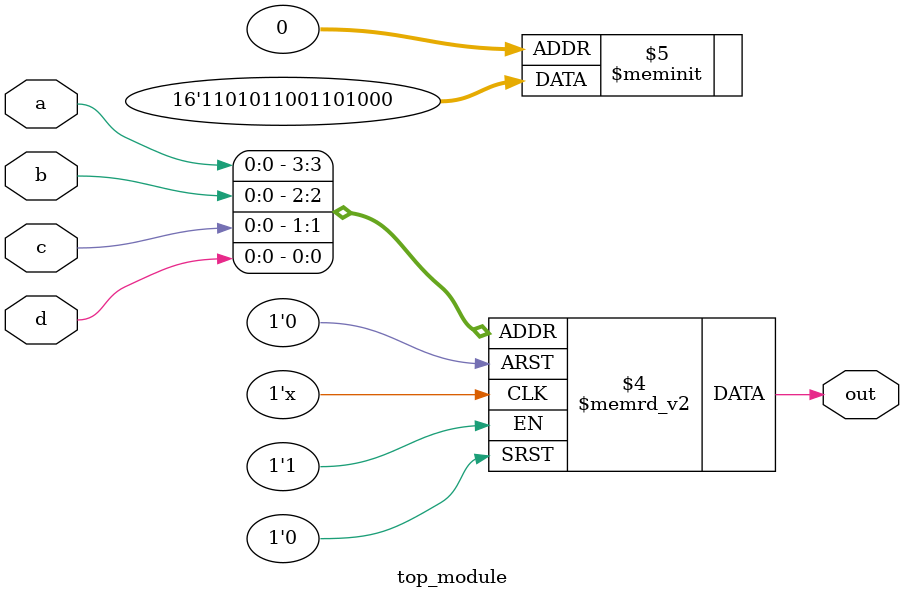
<source format=sv>
module top_module (
    input a,
    input b,
    input c,
    input d,
    output reg out
);

always @(*) begin
    case ({a, b, c, d})
        4'b0000: out = 1'b0;
        4'b0001: out = 1'b0;
        4'b0010: out = 1'b0;
        4'b0011: out = 1'b1;
        4'b0100: out = 1'b0;
        4'b0101: out = 1'b1;
        4'b0110: out = 1'b1;
        4'b0111: out = 1'b0;
        4'b1000: out = 1'b0;
        4'b1001: out = 1'b1;
        4'b1010: out = 1'b1;
        4'b1011: out = 1'b0;
        4'b1100: out = 1'b1;
        4'b1101: out = 1'b0;
        4'b1110: out = 1'b1;
        4'b1111: out = 1'b1;
    endcase
end

endmodule

</source>
